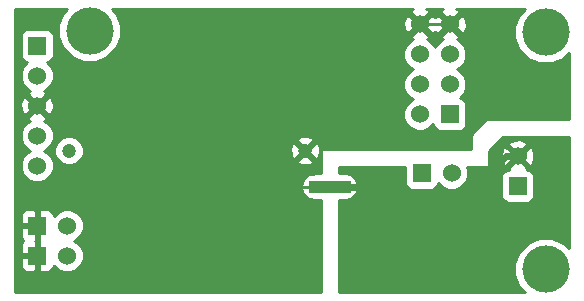
<source format=gbl>
G04 (created by PCBNEW (2013-jul-07)-stable) date Ср. 13 мая 2015 13:25:06*
%MOIN*%
G04 Gerber Fmt 3.4, Leading zero omitted, Abs format*
%FSLAX34Y34*%
G01*
G70*
G90*
G04 APERTURE LIST*
%ADD10C,0.00590551*%
%ADD11C,0.0393701*%
%ADD12R,0.06X0.06*%
%ADD13C,0.06*%
%ADD14C,0.0472441*%
%ADD15C,0.15748*%
%ADD16R,0.0393701X0.0393701*%
%ADD17C,0.0354331*%
%ADD18C,0.023622*%
%ADD19C,0.00984252*%
%ADD20C,0.01*%
G04 APERTURE END LIST*
G54D10*
G54D11*
X53250Y-17200D02*
X52250Y-17200D01*
G54D12*
X43000Y-12500D03*
G54D13*
X43000Y-13500D03*
X43000Y-14500D03*
X43000Y-15500D03*
X43000Y-16500D03*
G54D12*
X43000Y-18500D03*
G54D13*
X44000Y-18500D03*
G54D12*
X43000Y-19500D03*
G54D13*
X44000Y-19500D03*
G54D12*
X59025Y-17180D03*
G54D13*
X59025Y-16180D03*
G54D12*
X55820Y-16745D03*
G54D13*
X56820Y-16745D03*
G54D14*
X44062Y-16000D03*
X51937Y-16000D03*
G54D15*
X59950Y-12050D03*
X59950Y-19950D03*
X44750Y-12000D03*
G54D16*
X53250Y-17200D03*
X52250Y-17200D03*
G54D12*
X56765Y-14790D03*
G54D13*
X55765Y-14790D03*
X56765Y-13790D03*
X55765Y-13790D03*
X56765Y-12790D03*
X55765Y-12790D03*
X56765Y-11790D03*
X55765Y-11790D03*
G54D17*
X56190Y-19650D03*
X49500Y-16000D03*
X46500Y-19750D03*
X42500Y-17500D03*
X48500Y-15000D03*
X48000Y-14500D03*
X49000Y-14500D03*
X48000Y-15500D03*
X45320Y-17660D03*
X49515Y-12300D03*
X44910Y-15600D03*
G54D18*
X53250Y-17200D02*
X54100Y-17200D01*
X59025Y-16180D02*
X58640Y-16180D01*
X56190Y-18630D02*
X56190Y-19650D01*
X58640Y-16180D02*
X56190Y-18630D01*
G54D19*
X48500Y-15000D02*
X49500Y-16000D01*
X52250Y-17200D02*
X51650Y-17200D01*
X56765Y-11790D02*
X55765Y-11790D01*
X55765Y-11790D02*
X55515Y-12040D01*
X55515Y-12040D02*
X49775Y-12040D01*
X49775Y-12040D02*
X49515Y-12300D01*
X52000Y-14000D02*
X51215Y-14000D01*
X45320Y-18570D02*
X45320Y-17660D01*
X46500Y-19750D02*
X45320Y-18570D01*
X43000Y-18000D02*
X43000Y-18500D01*
X42500Y-17500D02*
X43000Y-18000D01*
X48000Y-14500D02*
X48500Y-15000D01*
X48000Y-15500D02*
X49000Y-14500D01*
X44610Y-16950D02*
X44610Y-16830D01*
X45320Y-17660D02*
X44610Y-16950D01*
X51215Y-14000D02*
X49515Y-12300D01*
X43000Y-18500D02*
X43000Y-17960D01*
X44910Y-16530D02*
X44910Y-15600D01*
X44610Y-16830D02*
X44910Y-16530D01*
X44130Y-16830D02*
X44610Y-16830D01*
X43000Y-17960D02*
X44130Y-16830D01*
X43000Y-19500D02*
X43000Y-18500D01*
G54D10*
G36*
X60720Y-14950D02*
X57979Y-14950D01*
X57450Y-15479D01*
X57450Y-15950D01*
X57319Y-15950D01*
X57319Y-11871D01*
X57308Y-11653D01*
X57246Y-11502D01*
X57150Y-11474D01*
X56835Y-11790D01*
X57150Y-12105D01*
X57246Y-12077D01*
X57319Y-11871D01*
X57319Y-15950D01*
X57315Y-15950D01*
X57315Y-13681D01*
X57231Y-13478D01*
X57076Y-13324D01*
X56995Y-13290D01*
X57076Y-13256D01*
X57230Y-13101D01*
X57314Y-12899D01*
X57315Y-12681D01*
X57231Y-12478D01*
X57076Y-12324D01*
X57001Y-12292D01*
X57052Y-12271D01*
X57080Y-12175D01*
X56765Y-11860D01*
X56694Y-11931D01*
X56694Y-11790D01*
X56379Y-11474D01*
X56283Y-11502D01*
X56266Y-11550D01*
X56246Y-11502D01*
X56150Y-11474D01*
X55835Y-11790D01*
X56150Y-12105D01*
X56246Y-12077D01*
X56263Y-12029D01*
X56283Y-12077D01*
X56379Y-12105D01*
X56694Y-11790D01*
X56694Y-11931D01*
X56449Y-12175D01*
X56477Y-12271D01*
X56532Y-12290D01*
X56453Y-12323D01*
X56299Y-12478D01*
X56265Y-12559D01*
X56231Y-12478D01*
X56076Y-12324D01*
X56001Y-12292D01*
X56052Y-12271D01*
X56080Y-12175D01*
X55765Y-11860D01*
X55694Y-11931D01*
X55694Y-11790D01*
X55379Y-11474D01*
X55283Y-11502D01*
X55210Y-11708D01*
X55221Y-11926D01*
X55283Y-12077D01*
X55379Y-12105D01*
X55694Y-11790D01*
X55694Y-11931D01*
X55449Y-12175D01*
X55477Y-12271D01*
X55532Y-12290D01*
X55453Y-12323D01*
X55299Y-12478D01*
X55215Y-12680D01*
X55214Y-12898D01*
X55298Y-13101D01*
X55453Y-13255D01*
X55534Y-13289D01*
X55453Y-13323D01*
X55299Y-13478D01*
X55215Y-13680D01*
X55214Y-13898D01*
X55298Y-14101D01*
X55453Y-14255D01*
X55534Y-14289D01*
X55453Y-14323D01*
X55299Y-14478D01*
X55215Y-14680D01*
X55214Y-14898D01*
X55298Y-15101D01*
X55453Y-15255D01*
X55655Y-15339D01*
X55873Y-15340D01*
X56076Y-15256D01*
X56214Y-15117D01*
X56214Y-15139D01*
X56252Y-15231D01*
X56323Y-15301D01*
X56415Y-15339D01*
X56514Y-15340D01*
X57114Y-15340D01*
X57206Y-15302D01*
X57276Y-15231D01*
X57314Y-15139D01*
X57315Y-15040D01*
X57315Y-14440D01*
X57277Y-14348D01*
X57206Y-14278D01*
X57114Y-14240D01*
X57092Y-14240D01*
X57230Y-14101D01*
X57314Y-13899D01*
X57315Y-13681D01*
X57315Y-15950D01*
X52450Y-15950D01*
X52450Y-16753D01*
X52428Y-16753D01*
X52428Y-16066D01*
X52416Y-15873D01*
X52365Y-15750D01*
X52276Y-15731D01*
X52205Y-15801D01*
X52205Y-15660D01*
X52186Y-15571D01*
X52003Y-15508D01*
X51810Y-15520D01*
X51687Y-15571D01*
X51668Y-15660D01*
X51937Y-15929D01*
X52205Y-15660D01*
X52205Y-15801D01*
X52007Y-16000D01*
X52276Y-16268D01*
X52365Y-16249D01*
X52428Y-16066D01*
X52428Y-16753D01*
X52250Y-16753D01*
X52205Y-16761D01*
X52205Y-16339D01*
X51937Y-16070D01*
X51866Y-16141D01*
X51866Y-16000D01*
X51597Y-15731D01*
X51508Y-15750D01*
X51445Y-15933D01*
X51457Y-16126D01*
X51508Y-16249D01*
X51597Y-16268D01*
X51866Y-16000D01*
X51866Y-16141D01*
X51668Y-16339D01*
X51687Y-16428D01*
X51870Y-16491D01*
X52063Y-16479D01*
X52186Y-16428D01*
X52205Y-16339D01*
X52205Y-16761D01*
X52078Y-16787D01*
X51934Y-16884D01*
X51837Y-17028D01*
X51803Y-17200D01*
X51837Y-17371D01*
X51934Y-17515D01*
X52078Y-17612D01*
X52250Y-17646D01*
X52450Y-17646D01*
X52450Y-20720D01*
X44550Y-20720D01*
X44550Y-19391D01*
X44466Y-19188D01*
X44311Y-19034D01*
X44230Y-19000D01*
X44311Y-18966D01*
X44465Y-18811D01*
X44549Y-18609D01*
X44550Y-18391D01*
X44549Y-18389D01*
X44549Y-15903D01*
X44475Y-15724D01*
X44338Y-15588D01*
X44160Y-15513D01*
X43966Y-15513D01*
X43787Y-15587D01*
X43651Y-15724D01*
X43576Y-15902D01*
X43576Y-16096D01*
X43650Y-16275D01*
X43787Y-16411D01*
X43965Y-16486D01*
X44159Y-16486D01*
X44338Y-16412D01*
X44474Y-16275D01*
X44549Y-16097D01*
X44549Y-15903D01*
X44549Y-18389D01*
X44466Y-18188D01*
X44311Y-18034D01*
X44109Y-17950D01*
X43891Y-17949D01*
X43688Y-18033D01*
X43554Y-18167D01*
X43554Y-14581D01*
X43550Y-14488D01*
X43550Y-13391D01*
X43466Y-13188D01*
X43327Y-13050D01*
X43349Y-13050D01*
X43441Y-13012D01*
X43511Y-12941D01*
X43549Y-12849D01*
X43550Y-12750D01*
X43550Y-12150D01*
X43512Y-12058D01*
X43441Y-11988D01*
X43349Y-11950D01*
X43250Y-11949D01*
X42650Y-11949D01*
X42558Y-11987D01*
X42488Y-12058D01*
X42450Y-12150D01*
X42449Y-12249D01*
X42449Y-12849D01*
X42487Y-12941D01*
X42558Y-13011D01*
X42650Y-13049D01*
X42672Y-13049D01*
X42534Y-13188D01*
X42450Y-13390D01*
X42449Y-13608D01*
X42533Y-13811D01*
X42688Y-13965D01*
X42763Y-13997D01*
X42712Y-14018D01*
X42684Y-14114D01*
X43000Y-14429D01*
X43315Y-14114D01*
X43287Y-14018D01*
X43232Y-13999D01*
X43311Y-13966D01*
X43465Y-13811D01*
X43549Y-13609D01*
X43550Y-13391D01*
X43550Y-14488D01*
X43543Y-14363D01*
X43481Y-14212D01*
X43385Y-14184D01*
X43070Y-14500D01*
X43385Y-14815D01*
X43481Y-14787D01*
X43554Y-14581D01*
X43554Y-18167D01*
X43550Y-18171D01*
X43550Y-16391D01*
X43466Y-16188D01*
X43311Y-16034D01*
X43230Y-16000D01*
X43311Y-15966D01*
X43465Y-15811D01*
X43549Y-15609D01*
X43550Y-15391D01*
X43466Y-15188D01*
X43311Y-15034D01*
X43236Y-15002D01*
X43287Y-14981D01*
X43315Y-14885D01*
X43000Y-14570D01*
X42929Y-14641D01*
X42929Y-14500D01*
X42614Y-14184D01*
X42518Y-14212D01*
X42445Y-14418D01*
X42456Y-14636D01*
X42518Y-14787D01*
X42614Y-14815D01*
X42929Y-14500D01*
X42929Y-14641D01*
X42684Y-14885D01*
X42712Y-14981D01*
X42767Y-15000D01*
X42688Y-15033D01*
X42534Y-15188D01*
X42450Y-15390D01*
X42449Y-15608D01*
X42533Y-15811D01*
X42688Y-15965D01*
X42769Y-15999D01*
X42688Y-16033D01*
X42534Y-16188D01*
X42450Y-16390D01*
X42449Y-16608D01*
X42533Y-16811D01*
X42688Y-16965D01*
X42890Y-17049D01*
X43108Y-17050D01*
X43311Y-16966D01*
X43465Y-16811D01*
X43549Y-16609D01*
X43550Y-16391D01*
X43550Y-18171D01*
X43549Y-18172D01*
X43549Y-18150D01*
X43511Y-18058D01*
X43441Y-17987D01*
X43349Y-17949D01*
X43112Y-17950D01*
X43050Y-18012D01*
X43050Y-18450D01*
X43057Y-18450D01*
X43057Y-18550D01*
X43050Y-18550D01*
X43050Y-18987D01*
X43062Y-19000D01*
X43050Y-19012D01*
X43050Y-19450D01*
X43057Y-19450D01*
X43057Y-19550D01*
X43050Y-19550D01*
X43050Y-19987D01*
X43112Y-20050D01*
X43349Y-20050D01*
X43441Y-20012D01*
X43511Y-19941D01*
X43549Y-19849D01*
X43549Y-19827D01*
X43688Y-19965D01*
X43890Y-20049D01*
X44108Y-20050D01*
X44311Y-19966D01*
X44465Y-19811D01*
X44549Y-19609D01*
X44550Y-19391D01*
X44550Y-20720D01*
X42950Y-20720D01*
X42950Y-19987D01*
X42950Y-19550D01*
X42950Y-19450D01*
X42950Y-19012D01*
X42937Y-19000D01*
X42950Y-18987D01*
X42950Y-18550D01*
X42950Y-18450D01*
X42950Y-18012D01*
X42887Y-17950D01*
X42650Y-17949D01*
X42558Y-17987D01*
X42488Y-18058D01*
X42450Y-18150D01*
X42449Y-18249D01*
X42450Y-18387D01*
X42512Y-18450D01*
X42950Y-18450D01*
X42950Y-18550D01*
X42512Y-18550D01*
X42450Y-18612D01*
X42449Y-18750D01*
X42450Y-18849D01*
X42488Y-18941D01*
X42546Y-19000D01*
X42488Y-19058D01*
X42450Y-19150D01*
X42449Y-19249D01*
X42450Y-19387D01*
X42512Y-19450D01*
X42950Y-19450D01*
X42950Y-19550D01*
X42512Y-19550D01*
X42450Y-19612D01*
X42449Y-19750D01*
X42450Y-19849D01*
X42488Y-19941D01*
X42558Y-20012D01*
X42650Y-20050D01*
X42887Y-20050D01*
X42950Y-19987D01*
X42950Y-20720D01*
X42279Y-20720D01*
X42279Y-11279D01*
X44003Y-11279D01*
X43871Y-11411D01*
X43712Y-11792D01*
X43712Y-12205D01*
X43870Y-12586D01*
X44161Y-12878D01*
X44542Y-13037D01*
X44955Y-13037D01*
X45336Y-12879D01*
X45628Y-12588D01*
X45787Y-12207D01*
X45787Y-11794D01*
X45629Y-11413D01*
X45496Y-11279D01*
X55547Y-11279D01*
X55477Y-11308D01*
X55449Y-11404D01*
X55765Y-11719D01*
X56080Y-11404D01*
X56052Y-11308D01*
X55970Y-11279D01*
X56547Y-11279D01*
X56477Y-11308D01*
X56449Y-11404D01*
X56765Y-11719D01*
X57080Y-11404D01*
X57052Y-11308D01*
X56970Y-11279D01*
X59253Y-11279D01*
X59071Y-11461D01*
X58912Y-11842D01*
X58912Y-12255D01*
X59070Y-12636D01*
X59361Y-12928D01*
X59742Y-13087D01*
X60155Y-13087D01*
X60536Y-12929D01*
X60720Y-12746D01*
X60720Y-14950D01*
X60720Y-14950D01*
G37*
G54D20*
X60720Y-14950D02*
X57979Y-14950D01*
X57450Y-15479D01*
X57450Y-15950D01*
X57319Y-15950D01*
X57319Y-11871D01*
X57308Y-11653D01*
X57246Y-11502D01*
X57150Y-11474D01*
X56835Y-11790D01*
X57150Y-12105D01*
X57246Y-12077D01*
X57319Y-11871D01*
X57319Y-15950D01*
X57315Y-15950D01*
X57315Y-13681D01*
X57231Y-13478D01*
X57076Y-13324D01*
X56995Y-13290D01*
X57076Y-13256D01*
X57230Y-13101D01*
X57314Y-12899D01*
X57315Y-12681D01*
X57231Y-12478D01*
X57076Y-12324D01*
X57001Y-12292D01*
X57052Y-12271D01*
X57080Y-12175D01*
X56765Y-11860D01*
X56694Y-11931D01*
X56694Y-11790D01*
X56379Y-11474D01*
X56283Y-11502D01*
X56266Y-11550D01*
X56246Y-11502D01*
X56150Y-11474D01*
X55835Y-11790D01*
X56150Y-12105D01*
X56246Y-12077D01*
X56263Y-12029D01*
X56283Y-12077D01*
X56379Y-12105D01*
X56694Y-11790D01*
X56694Y-11931D01*
X56449Y-12175D01*
X56477Y-12271D01*
X56532Y-12290D01*
X56453Y-12323D01*
X56299Y-12478D01*
X56265Y-12559D01*
X56231Y-12478D01*
X56076Y-12324D01*
X56001Y-12292D01*
X56052Y-12271D01*
X56080Y-12175D01*
X55765Y-11860D01*
X55694Y-11931D01*
X55694Y-11790D01*
X55379Y-11474D01*
X55283Y-11502D01*
X55210Y-11708D01*
X55221Y-11926D01*
X55283Y-12077D01*
X55379Y-12105D01*
X55694Y-11790D01*
X55694Y-11931D01*
X55449Y-12175D01*
X55477Y-12271D01*
X55532Y-12290D01*
X55453Y-12323D01*
X55299Y-12478D01*
X55215Y-12680D01*
X55214Y-12898D01*
X55298Y-13101D01*
X55453Y-13255D01*
X55534Y-13289D01*
X55453Y-13323D01*
X55299Y-13478D01*
X55215Y-13680D01*
X55214Y-13898D01*
X55298Y-14101D01*
X55453Y-14255D01*
X55534Y-14289D01*
X55453Y-14323D01*
X55299Y-14478D01*
X55215Y-14680D01*
X55214Y-14898D01*
X55298Y-15101D01*
X55453Y-15255D01*
X55655Y-15339D01*
X55873Y-15340D01*
X56076Y-15256D01*
X56214Y-15117D01*
X56214Y-15139D01*
X56252Y-15231D01*
X56323Y-15301D01*
X56415Y-15339D01*
X56514Y-15340D01*
X57114Y-15340D01*
X57206Y-15302D01*
X57276Y-15231D01*
X57314Y-15139D01*
X57315Y-15040D01*
X57315Y-14440D01*
X57277Y-14348D01*
X57206Y-14278D01*
X57114Y-14240D01*
X57092Y-14240D01*
X57230Y-14101D01*
X57314Y-13899D01*
X57315Y-13681D01*
X57315Y-15950D01*
X52450Y-15950D01*
X52450Y-16753D01*
X52428Y-16753D01*
X52428Y-16066D01*
X52416Y-15873D01*
X52365Y-15750D01*
X52276Y-15731D01*
X52205Y-15801D01*
X52205Y-15660D01*
X52186Y-15571D01*
X52003Y-15508D01*
X51810Y-15520D01*
X51687Y-15571D01*
X51668Y-15660D01*
X51937Y-15929D01*
X52205Y-15660D01*
X52205Y-15801D01*
X52007Y-16000D01*
X52276Y-16268D01*
X52365Y-16249D01*
X52428Y-16066D01*
X52428Y-16753D01*
X52250Y-16753D01*
X52205Y-16761D01*
X52205Y-16339D01*
X51937Y-16070D01*
X51866Y-16141D01*
X51866Y-16000D01*
X51597Y-15731D01*
X51508Y-15750D01*
X51445Y-15933D01*
X51457Y-16126D01*
X51508Y-16249D01*
X51597Y-16268D01*
X51866Y-16000D01*
X51866Y-16141D01*
X51668Y-16339D01*
X51687Y-16428D01*
X51870Y-16491D01*
X52063Y-16479D01*
X52186Y-16428D01*
X52205Y-16339D01*
X52205Y-16761D01*
X52078Y-16787D01*
X51934Y-16884D01*
X51837Y-17028D01*
X51803Y-17200D01*
X51837Y-17371D01*
X51934Y-17515D01*
X52078Y-17612D01*
X52250Y-17646D01*
X52450Y-17646D01*
X52450Y-20720D01*
X44550Y-20720D01*
X44550Y-19391D01*
X44466Y-19188D01*
X44311Y-19034D01*
X44230Y-19000D01*
X44311Y-18966D01*
X44465Y-18811D01*
X44549Y-18609D01*
X44550Y-18391D01*
X44549Y-18389D01*
X44549Y-15903D01*
X44475Y-15724D01*
X44338Y-15588D01*
X44160Y-15513D01*
X43966Y-15513D01*
X43787Y-15587D01*
X43651Y-15724D01*
X43576Y-15902D01*
X43576Y-16096D01*
X43650Y-16275D01*
X43787Y-16411D01*
X43965Y-16486D01*
X44159Y-16486D01*
X44338Y-16412D01*
X44474Y-16275D01*
X44549Y-16097D01*
X44549Y-15903D01*
X44549Y-18389D01*
X44466Y-18188D01*
X44311Y-18034D01*
X44109Y-17950D01*
X43891Y-17949D01*
X43688Y-18033D01*
X43554Y-18167D01*
X43554Y-14581D01*
X43550Y-14488D01*
X43550Y-13391D01*
X43466Y-13188D01*
X43327Y-13050D01*
X43349Y-13050D01*
X43441Y-13012D01*
X43511Y-12941D01*
X43549Y-12849D01*
X43550Y-12750D01*
X43550Y-12150D01*
X43512Y-12058D01*
X43441Y-11988D01*
X43349Y-11950D01*
X43250Y-11949D01*
X42650Y-11949D01*
X42558Y-11987D01*
X42488Y-12058D01*
X42450Y-12150D01*
X42449Y-12249D01*
X42449Y-12849D01*
X42487Y-12941D01*
X42558Y-13011D01*
X42650Y-13049D01*
X42672Y-13049D01*
X42534Y-13188D01*
X42450Y-13390D01*
X42449Y-13608D01*
X42533Y-13811D01*
X42688Y-13965D01*
X42763Y-13997D01*
X42712Y-14018D01*
X42684Y-14114D01*
X43000Y-14429D01*
X43315Y-14114D01*
X43287Y-14018D01*
X43232Y-13999D01*
X43311Y-13966D01*
X43465Y-13811D01*
X43549Y-13609D01*
X43550Y-13391D01*
X43550Y-14488D01*
X43543Y-14363D01*
X43481Y-14212D01*
X43385Y-14184D01*
X43070Y-14500D01*
X43385Y-14815D01*
X43481Y-14787D01*
X43554Y-14581D01*
X43554Y-18167D01*
X43550Y-18171D01*
X43550Y-16391D01*
X43466Y-16188D01*
X43311Y-16034D01*
X43230Y-16000D01*
X43311Y-15966D01*
X43465Y-15811D01*
X43549Y-15609D01*
X43550Y-15391D01*
X43466Y-15188D01*
X43311Y-15034D01*
X43236Y-15002D01*
X43287Y-14981D01*
X43315Y-14885D01*
X43000Y-14570D01*
X42929Y-14641D01*
X42929Y-14500D01*
X42614Y-14184D01*
X42518Y-14212D01*
X42445Y-14418D01*
X42456Y-14636D01*
X42518Y-14787D01*
X42614Y-14815D01*
X42929Y-14500D01*
X42929Y-14641D01*
X42684Y-14885D01*
X42712Y-14981D01*
X42767Y-15000D01*
X42688Y-15033D01*
X42534Y-15188D01*
X42450Y-15390D01*
X42449Y-15608D01*
X42533Y-15811D01*
X42688Y-15965D01*
X42769Y-15999D01*
X42688Y-16033D01*
X42534Y-16188D01*
X42450Y-16390D01*
X42449Y-16608D01*
X42533Y-16811D01*
X42688Y-16965D01*
X42890Y-17049D01*
X43108Y-17050D01*
X43311Y-16966D01*
X43465Y-16811D01*
X43549Y-16609D01*
X43550Y-16391D01*
X43550Y-18171D01*
X43549Y-18172D01*
X43549Y-18150D01*
X43511Y-18058D01*
X43441Y-17987D01*
X43349Y-17949D01*
X43112Y-17950D01*
X43050Y-18012D01*
X43050Y-18450D01*
X43057Y-18450D01*
X43057Y-18550D01*
X43050Y-18550D01*
X43050Y-18987D01*
X43062Y-19000D01*
X43050Y-19012D01*
X43050Y-19450D01*
X43057Y-19450D01*
X43057Y-19550D01*
X43050Y-19550D01*
X43050Y-19987D01*
X43112Y-20050D01*
X43349Y-20050D01*
X43441Y-20012D01*
X43511Y-19941D01*
X43549Y-19849D01*
X43549Y-19827D01*
X43688Y-19965D01*
X43890Y-20049D01*
X44108Y-20050D01*
X44311Y-19966D01*
X44465Y-19811D01*
X44549Y-19609D01*
X44550Y-19391D01*
X44550Y-20720D01*
X42950Y-20720D01*
X42950Y-19987D01*
X42950Y-19550D01*
X42950Y-19450D01*
X42950Y-19012D01*
X42937Y-19000D01*
X42950Y-18987D01*
X42950Y-18550D01*
X42950Y-18450D01*
X42950Y-18012D01*
X42887Y-17950D01*
X42650Y-17949D01*
X42558Y-17987D01*
X42488Y-18058D01*
X42450Y-18150D01*
X42449Y-18249D01*
X42450Y-18387D01*
X42512Y-18450D01*
X42950Y-18450D01*
X42950Y-18550D01*
X42512Y-18550D01*
X42450Y-18612D01*
X42449Y-18750D01*
X42450Y-18849D01*
X42488Y-18941D01*
X42546Y-19000D01*
X42488Y-19058D01*
X42450Y-19150D01*
X42449Y-19249D01*
X42450Y-19387D01*
X42512Y-19450D01*
X42950Y-19450D01*
X42950Y-19550D01*
X42512Y-19550D01*
X42450Y-19612D01*
X42449Y-19750D01*
X42450Y-19849D01*
X42488Y-19941D01*
X42558Y-20012D01*
X42650Y-20050D01*
X42887Y-20050D01*
X42950Y-19987D01*
X42950Y-20720D01*
X42279Y-20720D01*
X42279Y-11279D01*
X44003Y-11279D01*
X43871Y-11411D01*
X43712Y-11792D01*
X43712Y-12205D01*
X43870Y-12586D01*
X44161Y-12878D01*
X44542Y-13037D01*
X44955Y-13037D01*
X45336Y-12879D01*
X45628Y-12588D01*
X45787Y-12207D01*
X45787Y-11794D01*
X45629Y-11413D01*
X45496Y-11279D01*
X55547Y-11279D01*
X55477Y-11308D01*
X55449Y-11404D01*
X55765Y-11719D01*
X56080Y-11404D01*
X56052Y-11308D01*
X55970Y-11279D01*
X56547Y-11279D01*
X56477Y-11308D01*
X56449Y-11404D01*
X56765Y-11719D01*
X57080Y-11404D01*
X57052Y-11308D01*
X56970Y-11279D01*
X59253Y-11279D01*
X59071Y-11461D01*
X58912Y-11842D01*
X58912Y-12255D01*
X59070Y-12636D01*
X59361Y-12928D01*
X59742Y-13087D01*
X60155Y-13087D01*
X60536Y-12929D01*
X60720Y-12746D01*
X60720Y-14950D01*
G54D10*
G36*
X60720Y-19253D02*
X60538Y-19071D01*
X60157Y-18912D01*
X59744Y-18912D01*
X59579Y-18980D01*
X59579Y-16261D01*
X59568Y-16043D01*
X59506Y-15892D01*
X59410Y-15864D01*
X59340Y-15935D01*
X59340Y-15794D01*
X59312Y-15698D01*
X59106Y-15625D01*
X58888Y-15636D01*
X58737Y-15698D01*
X58709Y-15794D01*
X59025Y-16109D01*
X59340Y-15794D01*
X59340Y-15935D01*
X59095Y-16180D01*
X59410Y-16495D01*
X59506Y-16467D01*
X59579Y-16261D01*
X59579Y-18980D01*
X59575Y-18982D01*
X59575Y-17430D01*
X59575Y-16830D01*
X59537Y-16738D01*
X59466Y-16668D01*
X59374Y-16630D01*
X59321Y-16629D01*
X59340Y-16565D01*
X59025Y-16250D01*
X58954Y-16321D01*
X58954Y-16180D01*
X58639Y-15864D01*
X58543Y-15892D01*
X58470Y-16098D01*
X58481Y-16316D01*
X58543Y-16467D01*
X58639Y-16495D01*
X58954Y-16180D01*
X58954Y-16321D01*
X58709Y-16565D01*
X58728Y-16629D01*
X58675Y-16629D01*
X58583Y-16667D01*
X58513Y-16738D01*
X58475Y-16830D01*
X58474Y-16929D01*
X58474Y-17529D01*
X58512Y-17621D01*
X58583Y-17691D01*
X58675Y-17729D01*
X58774Y-17730D01*
X59374Y-17730D01*
X59466Y-17692D01*
X59536Y-17621D01*
X59574Y-17529D01*
X59575Y-17430D01*
X59575Y-18982D01*
X59363Y-19070D01*
X59071Y-19361D01*
X58912Y-19742D01*
X58912Y-20155D01*
X59070Y-20536D01*
X59253Y-20720D01*
X53050Y-20720D01*
X53050Y-17646D01*
X53250Y-17646D01*
X53421Y-17612D01*
X53565Y-17515D01*
X53662Y-17371D01*
X53696Y-17200D01*
X53662Y-17028D01*
X53565Y-16884D01*
X53421Y-16787D01*
X53250Y-16753D01*
X53050Y-16753D01*
X53050Y-16550D01*
X55269Y-16550D01*
X55269Y-17094D01*
X55307Y-17186D01*
X55378Y-17256D01*
X55470Y-17294D01*
X55569Y-17295D01*
X56169Y-17295D01*
X56261Y-17257D01*
X56331Y-17186D01*
X56369Y-17094D01*
X56369Y-17072D01*
X56508Y-17210D01*
X56710Y-17294D01*
X56928Y-17295D01*
X57131Y-17211D01*
X57285Y-17056D01*
X57369Y-16854D01*
X57370Y-16636D01*
X57334Y-16550D01*
X58050Y-16550D01*
X58050Y-16020D01*
X58520Y-15550D01*
X60720Y-15550D01*
X60720Y-19253D01*
X60720Y-19253D01*
G37*
G54D20*
X60720Y-19253D02*
X60538Y-19071D01*
X60157Y-18912D01*
X59744Y-18912D01*
X59579Y-18980D01*
X59579Y-16261D01*
X59568Y-16043D01*
X59506Y-15892D01*
X59410Y-15864D01*
X59340Y-15935D01*
X59340Y-15794D01*
X59312Y-15698D01*
X59106Y-15625D01*
X58888Y-15636D01*
X58737Y-15698D01*
X58709Y-15794D01*
X59025Y-16109D01*
X59340Y-15794D01*
X59340Y-15935D01*
X59095Y-16180D01*
X59410Y-16495D01*
X59506Y-16467D01*
X59579Y-16261D01*
X59579Y-18980D01*
X59575Y-18982D01*
X59575Y-17430D01*
X59575Y-16830D01*
X59537Y-16738D01*
X59466Y-16668D01*
X59374Y-16630D01*
X59321Y-16629D01*
X59340Y-16565D01*
X59025Y-16250D01*
X58954Y-16321D01*
X58954Y-16180D01*
X58639Y-15864D01*
X58543Y-15892D01*
X58470Y-16098D01*
X58481Y-16316D01*
X58543Y-16467D01*
X58639Y-16495D01*
X58954Y-16180D01*
X58954Y-16321D01*
X58709Y-16565D01*
X58728Y-16629D01*
X58675Y-16629D01*
X58583Y-16667D01*
X58513Y-16738D01*
X58475Y-16830D01*
X58474Y-16929D01*
X58474Y-17529D01*
X58512Y-17621D01*
X58583Y-17691D01*
X58675Y-17729D01*
X58774Y-17730D01*
X59374Y-17730D01*
X59466Y-17692D01*
X59536Y-17621D01*
X59574Y-17529D01*
X59575Y-17430D01*
X59575Y-18982D01*
X59363Y-19070D01*
X59071Y-19361D01*
X58912Y-19742D01*
X58912Y-20155D01*
X59070Y-20536D01*
X59253Y-20720D01*
X53050Y-20720D01*
X53050Y-17646D01*
X53250Y-17646D01*
X53421Y-17612D01*
X53565Y-17515D01*
X53662Y-17371D01*
X53696Y-17200D01*
X53662Y-17028D01*
X53565Y-16884D01*
X53421Y-16787D01*
X53250Y-16753D01*
X53050Y-16753D01*
X53050Y-16550D01*
X55269Y-16550D01*
X55269Y-17094D01*
X55307Y-17186D01*
X55378Y-17256D01*
X55470Y-17294D01*
X55569Y-17295D01*
X56169Y-17295D01*
X56261Y-17257D01*
X56331Y-17186D01*
X56369Y-17094D01*
X56369Y-17072D01*
X56508Y-17210D01*
X56710Y-17294D01*
X56928Y-17295D01*
X57131Y-17211D01*
X57285Y-17056D01*
X57369Y-16854D01*
X57370Y-16636D01*
X57334Y-16550D01*
X58050Y-16550D01*
X58050Y-16020D01*
X58520Y-15550D01*
X60720Y-15550D01*
X60720Y-19253D01*
M02*

</source>
